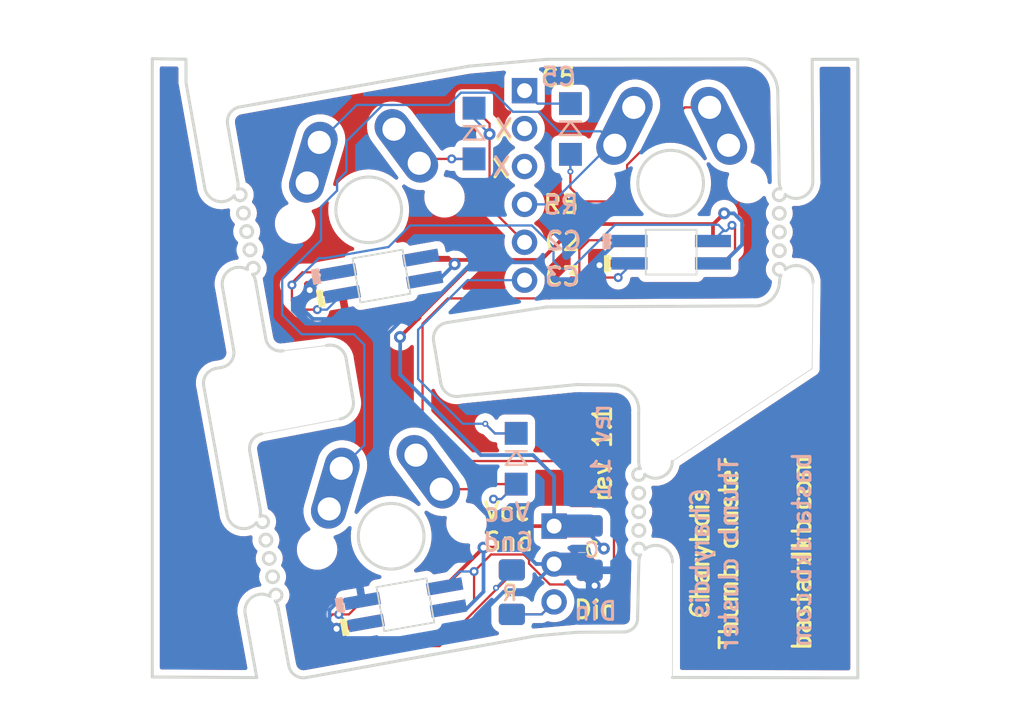
<source format=kicad_pcb>
(kicad_pcb (version 20210228) (generator pcbnew)
  (layers (0 "F.Cu" power) (31 "B.Cu" signal) (34 "B.Paste" user) (35 "F.Paste" user) (36 "B.SilkS" user "B.Silkscreen") (37 "F.SilkS" user "F.Silkscreen") (38 "B.Mask" user) (39 "F.Mask" user) (44 "Edge.Cuts" user))
  (net 0 "")
  (net 2 "col6")
  (net 3 "Net-(D5-Pad2)")
  (net 4 "col2")
  (net 5 "Net-(D9-Pad2)")
  (net 6 "col3")
  (net 8 "col4")
  (net 9 "Net-(D19-Pad2)")
  (net 10 "col5")
  (net 11 "row1")
  (net 12 "Vcc")
  (net 13 "Din")
  (net 14 "Gnd")
  (net 15 "Net-(D2-Pad1)")
  (net 16 "Net-(D10-Pad1)")
  (net 17 "Net-(D2-Pad3)")
  (footprint "Connector_PinHeader_2.54mm:PinHeader_1x03_P2.54mm_Vertical" (layer "F.Cu") (at 86.41 97.56)
    (fp_text reference "J2" hide)
    (fp_text value "Conn_01x03_Female")
    (pad "1" thru_hole rect (at 0 0) (size 1.7 1.7) (drill 1) (layers *.Cu *.Mask) (net 12 "Vcc"))
    (pad "2" thru_hole oval (at 0 2.54) (size 1.7 1.7) (drill 1) (layers *.Cu *.Mask) (net 14 "Gnd"))
    (pad "3" thru_hole oval (at 0 5.08) (size 1.7 1.7) (drill 1) (layers *.Cu *.Mask) (net 13 "Din"))
  )
  (footprint "Resistor_SMD:R_1206_3216Metric_Pad1.42x1.75mm_HandSolder" (layer "F.Cu") (at 83.58 101.985 -90)
    (fp_text reference "R2" hide)
    (fp_text value "R")
    (pad "1" smd roundrect (at -1.4875 0 270) (size 1.425 1.75) (layers "F.Cu" "F.Paste" "F.Mask") (roundrect_rratio 0.175439298245614) (net 17 "Net-(D2-Pad3)"))
    (pad "2" smd roundrect (at 1.4875 0 270) (size 1.425 1.75) (layers "F.Cu" "F.Paste" "F.Mask") (roundrect_rratio 0.175439298245614) (net 13 "Din"))
  )
  (footprint "libs2:YS-SK6812MINI-E_REVERSE" (layer "F.Cu") (at 94.25 79.2)
    (fp_text reference "D10" hide)
    (fp_text value "SK6812MINI")
    (fp_poly (pts (xy -4.1 1.3) (xy -4.45 1.3) (xy -4.45 0.25) (xy -4.1 0.25)) (layer "F.SilkS") (width 0.1) (fill solid))
    (fp_line (start -1.7 1.5) (end 1.7 1.5) (layer "Edge.Cuts") (width 0.12))
    (fp_line (start 1.7 -1.5) (end -1.7 -1.5) (layer "Edge.Cuts") (width 0.12))
    (fp_line (start 1.7 1.5) (end 1.7 -1.5) (layer "Edge.Cuts") (width 0.12))
    (fp_line (start -1.7 -1.5) (end -1.7 1.5) (layer "Edge.Cuts") (width 0.12))
    (pad "1" smd rect (at 2.8 0.75) (size 2.4 0.82) (layers "F.Cu" "F.Paste" "F.Mask") (net 16 "Net-(D10-Pad1)"))
    (pad "2" smd rect (at -2.8 0.75) (size 2.4 0.82) (layers "F.Cu" "F.Paste" "F.Mask") (net 14 "Gnd"))
    (pad "3" smd rect (at -2.8 -0.75) (size 2.4 0.82) (layers "F.Cu" "F.Paste" "F.Mask") (net 15 "Net-(D2-Pad1)"))
    (pad "4" smd rect (at 2.8 -0.75) (size 2.4 0.82) (layers "F.Cu" "F.Paste" "F.Mask") (net 12 "Vcc"))
  )
  (footprint "custom:Diode_TH_SOD123" (layer "F.Cu") (at 83.872275 88.045142 -90)
    (fp_text reference "D9" hide)
    (fp_text value "D")
    (fp_line (start 4.5 -0.7) (end 4.5 0.7) (layer "B.SilkS") (width 0.15))
    (fp_line (start 5.4 0.7) (end 4.5 0) (layer "B.SilkS") (width 0.15))
    (fp_line (start 5.4 -0.7) (end 5.4 0.7) (layer "B.SilkS") (width 0.15))
    (fp_line (start 4.5 0) (end 5.4 -0.7) (layer "B.SilkS") (width 0.15))
    (fp_line (start 4.5 -0.7) (end 4.5 0.7) (layer "F.SilkS") (width 0.15))
    (fp_line (start 5.4 -0.7) (end 5.4 0.7) (layer "F.SilkS") (width 0.15))
    (fp_line (start 5.4 0.7) (end 4.5 0) (layer "F.SilkS") (width 0.15))
    (fp_line (start 4.5 0) (end 5.4 -0.7) (layer "F.SilkS") (width 0.15))
    (pad "1" smd rect (at 3.3 0 270) (size 1.524 1.524) (layers "F.Cu" "F.Paste" "F.Mask") (net 6 "col3"))
    (pad "1" smd rect (at 3.3 0 270) (size 1.524 1.524) (layers "B.Cu" "B.Paste" "B.Mask") (net 6 "col3"))
    (pad "2" smd rect (at 6.7 0 270) (size 1.524 1.524) (layers "B.Cu" "B.Paste" "B.Mask") (net 5 "Net-(D9-Pad2)"))
    (pad "2" smd rect (at 6.7 0 270) (size 1.524 1.524) (layers "F.Cu" "F.Paste" "F.Mask") (net 5 "Net-(D9-Pad2)"))
  )
  (footprint "custom:SW_MX_reversible" (layer "F.Cu") (at 75.5396 98.2472 10)
    (fp_text reference "SW9" hide)
    (fp_text value "SW_Push")
    (pad "" np_thru_hole circle (at 5.08 0 10) (size 1.7018 1.7018) (drill 1.7018) (layers *.Cu *.Mask))
    (pad "" np_thru_hole circle (at -5.08 0 10) (size 1.7018 1.7018) (drill 1.7018) (layers *.Cu *.Mask))
    (pad "1" thru_hole circle (at -2.54 -5.08 10) (size 2.35 2.35) (drill 1.55) (layers *.Cu *.Mask) (net 11 "row1"))
    (pad "1" thru_hole oval (at -3.81 -2.54 343.5) (size 2.35 5.55) (drill 1.55 (offset 0 -1.45)) (layers *.Cu *.Mask) (net 11 "row1"))
    (pad "2" thru_hole circle (at 2.54 -5.08 10) (size 2.35 2.35) (drill 1.55) (layers *.Cu *.Mask) (net 5 "Net-(D9-Pad2)"))
    (pad "2" thru_hole oval (at 3.81 -2.54 36.5) (size 2.35 5.55) (drill 1.55 (offset 0 -1.45)) (layers *.Cu *.Mask) (net 5 "Net-(D9-Pad2)"))
  )
  (footprint "LED_SMD:LED_1206_3216Metric_Pad1.42x1.75mm_HandSolder" (layer "F.Cu") (at 88.79 99.03 -90)
    (fp_text reference "C1" hide)
    (fp_text value "C")
    (pad "1" smd roundrect (at -1.4875 0 270) (size 1.425 1.75) (layers "F.Cu" "F.Paste" "F.Mask") (roundrect_rratio 0.175439298245614) (net 12 "Vcc"))
    (pad "2" smd roundrect (at 1.4875 0 270) (size 1.425 1.75) (layers "F.Cu" "F.Paste" "F.Mask") (roundrect_rratio 0.175439298245614) (net 14 "Gnd"))
  )
  (footprint "custom:Diode_TH_SOD123" (layer "F.Cu") (at 81.05 66.25 -90)
    (fp_text reference "D5" hide)
    (fp_text value "D")
    (fp_line (start 5.4 -0.7) (end 5.4 0.7) (layer "B.SilkS") (width 0.15))
    (fp_line (start 5.4 0.7) (end 4.5 0) (layer "B.SilkS") (width 0.15))
    (fp_line (start 4.5 0) (end 5.4 -0.7) (layer "B.SilkS") (width 0.15))
    (fp_line (start 4.5 -0.7) (end 4.5 0.7) (layer "B.SilkS") (width 0.15))
    (fp_line (start 4.5 -0.7) (end 4.5 0.7) (layer "F.SilkS") (width 0.15))
    (fp_line (start 5.4 -0.7) (end 5.4 0.7) (layer "F.SilkS") (width 0.15))
    (fp_line (start 5.4 0.7) (end 4.5 0) (layer "F.SilkS") (width 0.15))
    (fp_line (start 4.5 0) (end 5.4 -0.7) (layer "F.SilkS") (width 0.15))
    (pad "1" smd rect (at 3.3 0 270) (size 1.524 1.524) (layers "B.Cu" "B.Paste" "B.Mask") (net 4 "col2"))
    (pad "1" smd rect (at 3.3 0 270) (size 1.524 1.524) (layers "F.Cu" "F.Paste" "F.Mask") (net 4 "col2"))
    (pad "2" smd rect (at 6.7 0 270) (size 1.524 1.524) (layers "F.Cu" "F.Paste" "F.Mask") (net 3 "Net-(D5-Pad2)"))
    (pad "2" smd rect (at 6.7 0 270) (size 1.524 1.524) (layers "B.Cu" "B.Paste" "B.Mask") (net 3 "Net-(D5-Pad2)"))
  )
  (footprint "custom:SW_MX_reversible" (layer "F.Cu") (at 94.2848 74.5744)
    (fp_text reference "SW19" hide)
    (fp_text value "SW_Push")
    (pad "" np_thru_hole circle (at -5.08 0) (size 1.7018 1.7018) (drill 1.7018) (layers *.Cu *.Mask))
    (pad "" np_thru_hole circle (at 5.08 0) (size 1.7018 1.7018) (drill 1.7018) (layers *.Cu *.Mask))
    (pad "1" thru_hole circle (at -2.54 -5.08) (size 2.35 2.35) (drill 1.55) (layers *.Cu *.Mask) (net 11 "row1"))
    (pad "1" thru_hole oval (at -3.81 -2.54 333.5) (size 2.35 5.55) (drill 1.55 (offset 0 -1.45)) (layers *.Cu *.Mask) (net 11 "row1"))
    (pad "2" thru_hole circle (at 2.54 -5.08) (size 2.35 2.35) (drill 1.55) (layers *.Cu *.Mask) (net 9 "Net-(D19-Pad2)"))
    (pad "2" thru_hole oval (at 3.81 -2.54 26.5) (size 2.35 5.55) (drill 1.55 (offset 0 -1.45)) (layers *.Cu *.Mask) (net 9 "Net-(D19-Pad2)"))
  )
  (footprint "libs2:YS-SK6812MINI-E_REVERSE" (layer "F.Cu") (at 74.85 80.8 10)
    (fp_text reference "D12" hide)
    (fp_text value "SK6812MINI")
    (fp_poly (pts (xy -4.1 1.3) (xy -4.45 1.3) (xy -4.45 0.25) (xy -4.1 0.25)) (layer "F.SilkS") (width 0.1) (fill solid))
    (fp_line (start 1.7 -1.5) (end -1.7 -1.5) (layer "Edge.Cuts") (width 0.12))
    (fp_line (start -1.7 -1.5) (end -1.7 1.5) (layer "Edge.Cuts") (width 0.12))
    (fp_line (start -1.7 1.5) (end 1.7 1.5) (layer "Edge.Cuts") (width 0.12))
    (fp_line (start 1.7 1.5) (end 1.7 -1.5) (layer "Edge.Cuts") (width 0.12))
    (pad "1" smd rect (at 2.8 0.75 10) (size 2.4 0.82) (layers "F.Cu" "F.Paste" "F.Mask"))
    (pad "2" smd rect (at -2.8 0.75 10) (size 2.4 0.82) (layers "F.Cu" "F.Paste" "F.Mask") (net 14 "Gnd"))
    (pad "3" smd rect (at -2.8 -0.75 10) (size 2.4 0.82) (layers "F.Cu" "F.Paste" "F.Mask") (net 16 "Net-(D10-Pad1)"))
    (pad "4" smd rect (at 2.8 -0.75 10) (size 2.4 0.82) (layers "F.Cu" "F.Paste" "F.Mask") (net 12 "Vcc"))
  )
  (footprint "libs2:YS-SK6812MINI-E_REVERSE" (layer "F.Cu") (at 76.45 102.83 10)
    (fp_text reference "D2" hide)
    (fp_text value "SK6812MINI")
    (fp_poly (pts (xy -4.1 1.3) (xy -4.45 1.3) (xy -4.45 0.25) (xy -4.1 0.25)) (layer "F.SilkS") (width 0.1) (fill solid))
    (fp_line (start -1.7 1.5) (end 1.7 1.5) (layer "Edge.Cuts") (width 0.12))
    (fp_line (start -1.7 -1.5) (end -1.7 1.5) (layer "Edge.Cuts") (width 0.12))
    (fp_line (start 1.7 -1.5) (end -1.7 -1.5) (layer "Edge.Cuts") (width 0.12))
    (fp_line (start 1.7 1.5) (end 1.7 -1.5) (layer "Edge.Cuts") (width 0.12))
    (pad "1" smd rect (at 2.8 0.75 10) (size 2.4 0.82) (layers "F.Cu" "F.Paste" "F.Mask") (net 15 "Net-(D2-Pad1)"))
    (pad "2" smd rect (at -2.8 0.75 10) (size 2.4 0.82) (layers "F.Cu" "F.Paste" "F.Mask") (net 14 "Gnd"))
    (pad "3" smd rect (at -2.8 -0.75 10) (size 2.4 0.82) (layers "F.Cu" "F.Paste" "F.Mask") (net 17 "Net-(D2-Pad3)"))
    (pad "4" smd rect (at 2.8 -0.75 10) (size 2.4 0.82) (layers "F.Cu" "F.Paste" "F.Mask") (net 12 "Vcc"))
  )
  (footprint "Connector_PinHeader_2.54mm:PinHeader_1x06_P2.54mm_Vertical" (layer "F.Cu") (at 84.4296 68.3768)
    (fp_text reference "J1" hide)
    (fp_text value "Conn_01x06_Female")
    (pad "1" thru_hole rect (at 0 0) (size 1.7 1.7) (drill 1) (layers *.Cu *.Mask) (net 10 "col5"))
    (pad "2" thru_hole oval (at 0 2.54) (size 1.7 1.7) (drill 1) (layers *.Cu *.Mask) (net 2 "col6"))
    (pad "3" thru_hole oval (at 0 5.08) (size 1.7 1.7) (drill 1) (layers *.Cu *.Mask) (net 8 "col4"))
    (pad "4" thru_hole oval (at 0 7.62) (size 1.7 1.7) (drill 1) (layers *.Cu *.Mask) (net 11 "row1"))
    (pad "5" thru_hole oval (at 0 10.16) (size 1.7 1.7) (drill 1) (layers *.Cu *.Mask) (net 4 "col2"))
    (pad "6" thru_hole oval (at 0 12.7) (size 1.7 1.7) (drill 1) (layers *.Cu *.Mask) (net 6 "col3"))
  )
  (footprint "custom:Diode_TH_SOD123" (layer "F.Cu") (at 87.5 65.944 -90)
    (fp_text reference "D19" hide)
    (fp_text value "D")
    (fp_line (start 5.4 -0.7) (end 5.4 0.7) (layer "B.SilkS") (width 0.15))
    (fp_line (start 4.5 0) (end 5.4 -0.7) (layer "B.SilkS") (width 0.15))
    (fp_line (start 4.5 -0.7) (end 4.5 0.7) (layer "B.SilkS") (width 0.15))
    (fp_line (start 5.4 0.7) (end 4.5 0) (layer "B.SilkS") (width 0.15))
    (fp_line (start 5.4 0.7) (end 4.5 0) (layer "F.SilkS") (width 0.15))
    (fp_line (start 4.5 0) (end 5.4 -0.7) (layer "F.SilkS") (width 0.15))
    (fp_line (start 5.4 -0.7) (end 5.4 0.7) (layer "F.SilkS") (width 0.15))
    (fp_line (start 4.5 -0.7) (end 4.5 0.7) (layer "F.SilkS") (width 0.15))
    (pad "1" smd rect (at 3.3 0 270) (size 1.524 1.524) (layers "F.Cu" "F.Paste" "F.Mask") (net 10 "col5"))
    (pad "1" smd rect (at 3.3 0 270) (size 1.524 1.524) (layers "B.Cu" "B.Paste" "B.Mask") (net 10 "col5"))
    (pad "2" smd rect (at 6.7 0 270) (size 1.524 1.524) (layers "F.Cu" "F.Paste" "F.Mask") (net 9 "Net-(D19-Pad2)"))
    (pad "2" smd rect (at 6.7 0 270) (size 1.524 1.524) (layers "B.Cu" "B.Paste" "B.Mask") (net 9 "Net-(D19-Pad2)"))
  )
  (footprint "custom:SW_MX_reversible" (layer "F.Cu") (at 74.0664 76.4032 10)
    (fp_text reference "SW5" hide)
    (fp_text value "SW_Push")
    (pad "" np_thru_hole circle (at 5.08 0 10) (size 1.7018 1.7018) (drill 1.7018) (layers *.Cu *.Mask))
    (pad "" np_thru_hole circle (at -5.08 0 10) (size 1.7018 1.7018) (drill 1.7018) (layers *.Cu *.Mask))
    (pad "1" thru_hole oval (at -3.81 -2.54 343.5) (size 2.35 5.55) (drill 1.55 (offset 0 -1.45)) (layers *.Cu *.Mask) (net 11 "row1"))
    (pad "1" thru_hole circle (at -2.54 -5.08 10) (size 2.35 2.35) (drill 1.55) (layers *.Cu *.Mask) (net 11 "row1"))
    (pad "2" thru_hole oval (at 3.81 -2.54 36.5) (size 2.35 5.55) (drill 1.55 (offset 0 -1.45)) (layers *.Cu *.Mask) (net 3 "Net-(D5-Pad2)"))
    (pad "2" thru_hole circle (at 2.54 -5.08 10) (size 2.35 2.35) (drill 1.55) (layers *.Cu *.Mask) (net 3 "Net-(D5-Pad2)"))
  )
  (footprint "libs2:YS-SK6812MINI-E_REVERSE_NO_EDGECUT" (layer "B.Cu") (at 94.25 79.2)
    (fp_text reference "D11" hide)
    (fp_text value "SK6812MINI")
    (fp_poly (pts (xy -4.1 -1.2) (xy -4.55 -1.2) (xy -4.55 -0.25) (xy -4.1 -0.25)) (layer "B.SilkS") (width 0.1) (fill solid))
    (pad "1" smd rect (at 2.8 -0.75) (size 2.4 0.82) (layers "B.Cu" "B.Paste" "B.Mask") (net 16 "Net-(D10-Pad1)"))
    (pad "2" smd rect (at -2.8 -0.75) (size 2.4 0.82) (layers "B.Cu" "B.Paste" "B.Mask") (net 14 "Gnd"))
    (pad "3" smd rect (at -2.8 0.75) (size 2.4 0.82) (layers "B.Cu" "B.Paste" "B.Mask") (net 15 "Net-(D2-Pad1)"))
    (pad "4" smd rect (at 2.8 0.75) (size 2.4 0.82) (layers "B.Cu" "B.Paste" "B.Mask") (net 12 "Vcc"))
  )
  (footprint "libs2:YS-SK6812MINI-E_REVERSE_NO_EDGECUT" (layer "B.Cu") (at 74.85 80.8 10)
    (fp_text reference "D13" hide)
    (fp_text value "SK6812MINI")
    (fp_poly (pts (xy -4.1 -1.2) (xy -4.55 -1.2) (xy -4.55 -0.25) (xy -4.1 -0.25)) (layer "B.SilkS") (width 0.1) (fill solid))
    (pad "1" smd rect (at 2.8 -0.75 10) (size 2.4 0.82) (layers "B.Cu" "B.Paste" "B.Mask"))
    (pad "2" smd rect (at -2.8 -0.75 10) (size 2.4 0.82) (layers "B.Cu" "B.Paste" "B.Mask") (net 14 "Gnd"))
    (pad "3" smd rect (at -2.8 0.75 10) (size 2.4 0.82) (layers "B.Cu" "B.Paste" "B.Mask") (net 16 "Net-(D10-Pad1)"))
    (pad "4" smd rect (at 2.8 0.75 10) (size 2.4 0.82) (layers "B.Cu" "B.Paste" "B.Mask") (net 12 "Vcc"))
  )
  (footprint "libs2:YS-SK6812MINI-E_REVERSE_NO_EDGECUT" (layer "B.Cu") (at 76.45 102.83 10)
    (fp_text reference "D3" hide)
    (fp_text value "SK6812MINI")
    (fp_poly (pts (xy -4.1 -1.2) (xy -4.55 -1.2) (xy -4.55 -0.25) (xy -4.1 -0.25)) (layer "B.SilkS") (width 0.1) (fill solid))
    (pad "1" smd rect (at 2.8 -0.75 10) (size 2.4 0.82) (layers "B.Cu" "B.Paste" "B.Mask") (net 15 "Net-(D2-Pad1)"))
    (pad "2" smd rect (at -2.8 -0.75 10) (size 2.4 0.82) (layers "B.Cu" "B.Paste" "B.Mask") (net 14 "Gnd"))
    (pad "3" smd rect (at -2.8 0.75 10) (size 2.4 0.82) (layers "B.Cu" "B.Paste" "B.Mask") (net 17 "Net-(D2-Pad3)"))
    (pad "4" smd rect (at 2.8 0.75 10) (size 2.4 0.82) (layers "B.Cu" "B.Paste" "B.Mask") (net 12 "Vcc"))
  )
  (footprint "LED_SMD:LED_1206_3216Metric_Pad1.42x1.75mm_HandSolder" (layer "B.Cu") (at 88.79 99.03 -90)
    (fp_text reference "C2" hide)
    (fp_text value "C")
    (pad "1" smd roundrect (at -1.4875 0 270) (size 1.425 1.75) (layers "B.Cu" "B.Paste" "B.Mask") (roundrect_rratio 0.175439298245614) (net 12 "Vcc"))
    (pad "2" smd roundrect (at 1.4875 0 270) (size 1.425 1.75) (layers "B.Cu" "B.Paste" "B.Mask") (roundrect_rratio 0.175439298245614) (net 14 "Gnd"))
  )
  (footprint "Resistor_SMD:R_1206_3216Metric_Pad1.42x1.75mm_HandSolder" (layer "B.Cu") (at 83.58 101.99 -90)
    (fp_text reference "R1" hide)
    (fp_text value "R")
    (pad "1" smd roundrect (at -1.4875 0 270) (size 1.425 1.75) (layers "B.Cu" "B.Paste" "B.Mask") (roundrect_rratio 0.175439298245614) (net 17 "Net-(D2-Pad3)"))
    (pad "2" smd roundrect (at 1.4875 0 270) (size 1.425 1.75) (layers "B.Cu" "B.Paste" "B.Mask") (roundrect_rratio 0.175439298245614) (net 13 "Din"))
  )
  (gr_arc (start 102.625001 81.223028) (end 101.612082 80.733521) (angle -25.89275579) (layer "Edge.Cuts") (width 0.2))
  (gr_arc (start 102.61322 74.473039) (end 101.889442 75.334299) (angle -130.1427885) (layer "Edge.Cuts") (width 0.2))
  (gr_line (start 85.870044 82.877356) (end 79.218433 83.92102) (layer "Edge.Cuts") (width 0.2))
  (gr_arc (start 93.211781 99.97303) (end 94.33678 99.971067) (angle -130.1427885) (layer "Edge.Cuts") (width 0.2))
  (gr_arc (start 102.61322 74.473039) (end 101.488223 74.475003) (angle -25.89275579) (layer "Edge.Cuts") (width 0.2))
  (gr_arc (start 66.828279 103.246378) (end 67.935149 103.045225) (angle -25.89275579) (layer "Edge.Cuts") (width 0.2))
  (gr_circle (center 67.108189 98.494757) (end 67.508189 98.494757) (layer "Edge.Cuts") (width 0.2) (fill none))
  (gr_arc (start 93.2 93.223041) (end 92.075003 93.225005) (angle -25.89275579) (layer "Edge.Cuts") (width 0.2))
  (gr_line (start 71.148544 85.456509) (end 68.261441 85.811936) (layer "Edge.Cuts") (width 0.05))
  (gr_line (start 87.958943 88.073474) (end 90.392893 88.107107) (layer "Edge.Cuts") (width 0.2))
  (gr_circle (center 94.21397 74.573475) (end 96.41397 74.573475) (layer "Edge.Cuts") (width 0.2) (fill none))
  (gr_circle (center 65.602185 76.585298) (end 66.002185 76.585298) (layer "Edge.Cuts") (width 0.2) (fill none))
  (gr_line (start 103.691932 66.273475) (end 106.75 66.273475) (layer "Edge.Cuts") (width 0.2))
  (gr_circle (center 65.821393 77.815927) (end 66.221393 77.815927) (layer "Edge.Cuts") (width 0.2) (fill none))
  (gr_circle (center 101.494113 77.849998) (end 101.494113 78.249998) (layer "Edge.Cuts") (width 0.2) (fill none))
  (gr_arc (start 67.010321 92.36345) (end 66.831519 91.379565) (angle -90) (layer "Edge.Cuts") (width 0.2))
  (gr_circle (center 92.083075 97.849997) (end 92.083075 98.249997) (layer "Edge.Cuts") (width 0.2) (fill none))
  (gr_line (start 87.86918 104.677511) (end 85.193033 104.918705) (layer "Edge.Cuts") (width 0.2))
  (gr_line (start 80.752529 66.729582) (end 85.870044 66.277357) (layer "Edge.Cuts") (width 0.2))
  (gr_line (start 72.943491 89.048544) (end 72.47898 86.318433) (layer "Edge.Cuts") (width 0.2))
  (gr_arc (start 93.211781 99.97303) (end 92.198862 99.483523) (angle -25.89275579) (layer "Edge.Cuts") (width 0.2))
  (gr_arc (start 66.884686 97.264901) (end 66.488727 97.321608) (angle -288.549607) (layer "Edge.Cuts") (width 0.2))
  (gr_line (start 80.151456 88.843491) (end 87.86918 88.077511) (layer "Edge.Cuts") (width 0.2))
  (gr_line (start 85.103994 104.930783) (end 69.799635 107.712057) (layer "Edge.Cuts") (width 0.2))
  (gr_arc (start 92.085257 99.099995) (end 92.485001 99.114302) (angle -288.549607) (layer "Edge.Cuts") (width 0.2))
  (gr_line (start 101.391932 68.5) (end 101.488223 74.475003) (layer "Edge.Cuts") (width 0.2))
  (gr_arc (start 99.140517 68.5) (end 101.391932 68.5) (angle -93.78408468) (layer "Edge.Cuts") (width 0.2))
  (gr_arc (start 66.25981 80.277185) (end 66.215918 80.674769) (angle -288.549607) (layer "Edge.Cuts") (width 0.2))
  (gr_line (start 106.75 66.273475) (end 106.75 107.728172) (layer "Edge.Cuts") (width 0.2))
  (gr_line (start 92.086784 99.974993) (end 92 103.650776) (layer "Edge.Cuts") (width 0.2))
  (gr_line (start 78.356509 85.251456) (end 78.82102 87.981567) (layer "Edge.Cuts") (width 0.2))
  (gr_arc (start 101.48975 75.350001) (end 101.602016 74.966079) (angle -288.549607) (layer "Edge.Cuts") (width 0.2))
  (gr_arc (start 65.382977 75.354669) (end 64.986821 75.409994) (angle -288.549607) (layer "Edge.Cuts") (width 0.2))
  (gr_line (start 65.350353 69.469185) (end 80.665188 66.741197) (layer "Edge.Cuts") (width 0.2))
  (gr_line (start 59.5 66.230709) (end 61.756142 66.273475) (layer "Edge.Cuts") (width 0.2))
  (gr_line (start 65.229531 74.49323) (end 64.541216 70.629055) (layer "Edge.Cuts") (width 0.2))
  (gr_line (start 94.33678 99.971067) (end 94.33678 107.7) (layer "Edge.Cuts") (width 0.05))
  (gr_arc (start 80.840554 67.7257) (end 80.752529 66.729582) (angle -5.05) (layer "Edge.Cuts") (width 0.2))
  (gr_line (start 61.756142 66.273475) (end 61.756142 67.823994) (layer "Edge.Cuts") (width 0.2))
  (gr_arc (start 71.40825 86.513405) (end 72.47898 86.318433) (angle -93.48542802) (layer "Edge.Cuts") (width 0.2))
  (gr_line (start 66.496404 107.712057) (end 59.5 107.669291) (layer "Edge.Cuts") (width 0.2))
  (gr_arc (start 79.413405 84.99175) (end 79.218433 83.92102) (angle -93.48542802) (layer "Edge.Cuts") (width 0.2))
  (gr_line (start 59.5 107.669291) (end 59.5 66.230709) (layer "Edge.Cuts") (width 0.2))
  (gr_line (start 65.721408 103.44753) (end 66.496404 107.712057) (layer "Edge.Cuts") (width 0.2))
  (gr_line (start 85.958069 66.273475) (end 98.991931 66.253493) (layer "Edge.Cuts") (width 0.2))
  (gr_arc (start 65.30569 81.335913) (end 66.413256 81.138625) (angle -25.89275579) (layer "Edge.Cuts") (width 0.2))
  (gr_line (start 67.101571 85.0028) (end 66.413256 81.138625) (layer "Edge.Cuts") (width 0.2))
  (gr_circle (center 66.040602 79.046556) (end 66.440602 79.046556) (layer "Edge.Cuts") (width 0.2) (fill none))
  (gr_line (start 68.636948 106.906974) (end 67.935149 103.045225) (layer "Edge.Cuts") (width 0.2))
  (gr_line (start 61.756142 67.823994) (end 63.014399 74.887804) (layer "Edge.Cuts") (width 0.2))
  (gr_arc (start 90.392893 89.796104) (end 92.075004 89.94847) (angle -95.17574041) (layer "Edge.Cuts") (width 0.2))
  (gr_line (start 64.142508 86.92331) (end 63.751047 86.99304) (layer "Edge.Cuts") (width 0.2))
  (gr_arc (start 99.841006 81.145818) (end 99.691932 82.8) (angle -92.41727891) (layer "Edge.Cuts") (width 0.2))
  (gr_arc (start 87.958943 89.073474) (end 87.958943 88.073474) (angle -5.15) (layer "Edge.Cuts") (width 0.2))
  (gr_arc (start 65.30569 81.335913) (end 65.868917 80.362054) (angle -130.1427885) (layer "Edge.Cuts") (width 0.2))
  (gr_arc (start 64.121965 74.690516) (end 65.204499 74.996695) (angle -25.89275579) (layer "Edge.Cuts") (width 0.2))
  (gr_arc (start 65.525719 70.453688) (end 65.350353 69.469185) (angle -90) (layer "Edge.Cuts") (width 0.2))
  (gr_arc (start 67.778698 102.184326) (end 67.736193 102.582061) (angle -288.549607) (layer "Edge.Cuts") (width 0.2))
  (gr_arc (start 87.958943 105.673474) (end 87.958943 104.673475) (angle -5.15) (layer "Edge.Cuts") (width 0.2))
  (gr_arc (start 69.620833 106.728172) (end 68.636948 106.906974) (angle -90) (layer "Edge.Cuts") (width 0.2))
  (gr_line (start 99.691932 82.8) (end 85.958069 82.873475) (layer "Edge.Cuts") (width 0.2))
  (gr_arc (start 102.625001 81.223028) (end 103.75 81.221065) (angle -130.1427885) (layer "Edge.Cuts") (width 0.2))
  (gr_circle (center 67.555195 100.954469) (end 67.955195 100.954469) (layer "Edge.Cuts") (width 0.2) (fill none))
  (gr_arc (start 66.828279 103.246378) (end 67.388103 102.270559) (angle -130.1427885) (layer "Edge.Cuts") (width 0.2))
  (gr_line (start 91.1 104.650776) (end 87.958943 104.673475) (layer "Edge.Cuts") (width 0.2))
  (gr_arc (start 85.958069 83.873475) (end 85.958069 82.873475) (angle -5.05) (layer "Edge.Cuts") (width 0.2))
  (gr_arc (start 63.926414 87.977543) (end 63.751047 86.99304) (angle -90.2) (layer "Edge.Cuts") (width 0.2))
  (gr_line (start 103.738218 74.471074) (end 103.691932 66.273475) (layer "Edge.Cuts") (width 0.2))
  (gr_arc (start 65.621364 96.605154) (end 66.70496 96.907551) (angle -25.89275579) (layer "Edge.Cuts") (width 0.2))
  (gr_circle (center 92.080893 96.6) (end 92.080893 97) (layer "Edge.Cuts") (width 0.2) (fill none))
  (gr_line (start 92.075004 89.94847) (end 92.075003 93.225005) (layer "Edge.Cuts") (width 0.2))
  (gr_circle (center 73.99277 76.360383) (end 76.19277 76.360383) (layer "Edge.Cuts") (width 0.2) (fill none))
  (gr_line (start 62.942529 88.156345) (end 64.514493 96.806306) (layer "Edge.Cuts") (width 0.2))
  (gr_arc (start 85.282796 105.914668) (end 85.193033 104.918705) (angle -5.15) (layer "Edge.Cuts") (width 0.2))
  (gr_arc (start 93.2 93.223041) (end 92.476222 94.084301) (angle -130.1427885) (layer "Edge.Cuts") (width 0.2))
  (gr_line (start 106.75 107.728172) (end 94.33678 107.7) (layer "Edge.Cuts") (width 0.2))
  (gr_line (start 103.75 81.221065) (end 103.691932 87) (layer "Edge.Cuts") (width 0.05))
  (gr_arc (start 92.07653 94.100003) (end 92.188796 93.716081) (angle -288.549607) (layer "Edge.Cuts") (width 0.2))
  (gr_circle (center 67.331692 99.724613) (end 67.731692 99.724613) (layer "Edge.Cuts") (width 0.2) (fill none))
  (gr_circle (center 101.491932 76.6) (end 101.491932 77) (layer "Edge.Cuts") (width 0.2) (fill none))
  (gr_arc (start 79.89175 87.786595) (end 78.82102 87.981567) (angle -93.48542802) (layer "Edge.Cuts") (width 0.2))
  (gr_line (start 66.728234 96.404001) (end 66.026436 92.542252) (layer "Edge.Cuts") (width 0.2))
  (gr_circle (center 92.078712 95.350002) (end 92.078712 95.750002) (layer "Edge.Cuts") (width 0.2) (fill none))
  (gr_arc (start 71.886595 89.30825) (end 72.081567 90.37898) (angle -93.48542802) (layer "Edge.Cuts") (width 0.2))
  (gr_line (start 64.198124 81.5332) (end 64.951644 85.76344) (layer "Edge.Cuts") (width 0.2))
  (gr_arc (start 85.958069 67.273475) (end 85.958069 66.273475) (angle -5.05) (layer "Edge.Cuts") (width 0.2))
  (gr_line (start 103.691932 87) (end 94.324998 93.221076) (layer "Edge.Cuts") (width 0.05))
  (gr_arc (start 68.086074 84.827433) (end 67.101571 85.0028) (angle -90) (layer "Edge.Cuts") (width 0.2))
  (gr_line (start 66.831519 91.379565) (end 72.081567 90.37898) (layer "Edge.Cuts") (width 0.05))
  (gr_arc (start 101.498477 80.349993) (end 101.898221 80.3643) (angle -288.549607) (layer "Edge.Cuts") (width 0.2))
  (gr_arc (start 91.083617 103.731031) (end 91.1 104.650776) (angle -93.9846045) (layer "Edge.Cuts") (width 0.2))
  (gr_arc (start 63.967141 85.938807) (end 64.142508 86.92331) (angle -90) (layer "Edge.Cuts") (width 0.2))
  (gr_circle (center 101.496295 79.099995) (end 101.496295 79.499995) (layer "Edge.Cuts") (width 0.2) (fill none))
  (gr_circle (center 75.497938 98.240555) (end 77.697938 98.240555) (layer "Edge.Cuts") (width 0.2) (fill none))
  (gr_arc (start 64.121965 74.690516) (end 63.014399 74.887804) (angle -130.1427885) (layer "Edge.Cuts") (width 0.2))
  (gr_arc (start 65.621364 96.605154) (end 64.514493 96.806306) (angle -130.1427885) (layer "Edge.Cuts") (width 0.2))
  (gr_text "C" (at 88.94 99.1775) (layer "B.SilkS") (effects (font (size 1 1)) (justify mirror)))
  (gr_text "R" (at 83.44 102.0675) (layer "B.SilkS") (effects (font (size 1 1)) (justify mirror)))
  (gr_text "C2" (at 87.0712 78.4352) (layer "B.SilkS") (effects (font (size 1.2 1.2) (thickness 0.2)) (justify mirror)))
  (gr_text "Din" (at 89.18 103.26) (layer "B.SilkS") (effects (font (size 1.2 1.2) (thickness 0.2)) (justify mirror)))
  (gr_text "Charybdis\nThumb cluster" (at 97.15 99.400001 90) (layer "B.SilkS") (effects (font (size 1.2 1.2) (thickness 0.2)) (justify mirror)))
  (gr_text "C5" (at 86.7 67.45) (layer "B.SilkS") (effects (font (size 1.2 1.2) (thickness 0.2)) (justify mirror)))
  (gr_text "bastardkb.com" (at 103 99.15 90) (layer "B.SilkS") (effects (font (size 1.2 1.2) (thickness 0.2)) (justify mirror)))
  (gr_text "Vcc" (at 83.26 96.6425) (layer "B.SilkS") (effects (font (size 1.2 1.2) (thickness 0.2)) (justify mirror)))
  (gr_text "R5" (at 86.868 76.0493) (layer "B.SilkS") (effects (font (size 1.2 1.2) (thickness 0.2)) (justify mirror)))
  (gr_text "rev 1.1" (at 89.55 92.6 90) (layer "B.SilkS") (effects (font (size 1.2 1.2) (thickness 0.2)) (justify mirror)))
  (gr_text "C3" (at 86.969599 80.8753) (layer "B.SilkS") (effects (font (size 1.2 1.2) (thickness 0.2)) (justify mirror)))
  (gr_text "X" (at 83.05 70.9) (layer "B.SilkS") (effects (font (size 1.2 1.2) (thickness 0.2)) (justify mirror)))
  (gr_text "X" (at 82.9 73.4585) (layer "B.SilkS") (effects (font (size 1.2 1.2) (thickness 0.2)) (justify mirror)))
  (gr_text "Gnd" (at 83.34 98.6425) (layer "B.SilkS") (effects (font (size 1.2 1.2) (thickness 0.2)) (justify mirror)))
  (gr_text "X" (at 82.849201 73.6092) (layer "F.SilkS") (effects (font (size 1.2 1.2) (thickness 0.2))))
  (gr_text "C3" (at 86.9696 80.8228) (layer "F.SilkS") (effects (font (size 1.2 1.2) (thickness 0.2))))
  (gr_text "C2" (at 86.969601 78.4843) (layer "F.SilkS") (effects (font (size 1.2 1.2) (thickness 0.2))))
  (gr_text "Din" (at 89.18 103.1575) (layer "F.SilkS") (effects (font (size 1.2 1.2) (thickness 0.2))))
  (gr_text "Vcc" (at 83.26 96.59) (layer "F.SilkS") (effects (font (size 1.2 1.2) (thickness 0.2))))
  (gr_text "bastardkb.com" (at 103 99.35 90) (layer "F.SilkS") (effects (font (size 1.2 1.2) (thickness 0.2))))
  (gr_text "X" (at 83.049999 71.0524) (layer "F.SilkS") (effects (font (size 1.2 1.2) (thickness 0.2))))
  (gr_text "C" (at 88.94 99.13) (layer "F.SilkS") (effects (font (size 1 1))))
  (gr_text "R5" (at 86.868001 75.9968) (layer "F.SilkS") (effects (font (size 1.2 1.2) (thickness 0.2))))
  (gr_text "R" (at 83.47 102) (layer "F.SilkS") (effects (font (size 1 1))))
  (gr_text "rev 1.1" (at 89.65 92.700001 90) (layer "F.SilkS") (effects (font (size 1.2 1.2) (thickness 0.2))))
  (gr_text "Gnd" (at 83.34 98.6) (layer "F.SilkS") (effects (font (size 1.2 1.2) (thickness 0.2))))
  (gr_text "Charybdis\nThumb cluster" (at 97.15 99.4 90) (layer "F.SilkS") (effects (font (size 1.2 1.2) (thickness 0.2))))
  (gr_text "C5" (at 86.699999 67.502) (layer "F.SilkS") (effects (font (size 1.2 1.2) (thickness 0.2))))
  (segment (start 81.05 72.95) (end 77.66764 72.95) (width 0.1524) (layer "F.Cu") (net 3))
  (segment (start 77.66764 72.95) (end 77.377451 73.240189) (width 0.1524) (layer "F.Cu") (net 3))
  (via (at 79.55 72.95) (size 0.6) (drill 0.3) (layers "F.Cu" "B.Cu") (net 3))
  (segment (start 81.05 72.95) (end 79.55 72.95) (width 0.1524) (layer "B.Cu") (net 3))
  (segment (start 82.08821 76.19541) (end 84.4296 78.5368) (width 0.1524) (layer "F.Cu") (net 4))
  (segment (start 81.05 69.55) (end 82.08821 70.58821) (width 0.1524) (layer "F.Cu") (net 4))
  (segment (start 82.08821 70.58821) (end 82.08821 76.19541) (width 0.1524) (layer "F.Cu") (net 4))
  (via (at 82.08821 71.28821) (size 0.8) (drill 0.4) (layers "F.Cu" "B.Cu") (net 4))
  (segment (start 81.05 69.55) (end 81.05 70.25) (width 0.1524) (layer "B.Cu") (net 4))
  (segment (start 81.05 70.25) (end 82.08821 71.28821) (width 0.1524) (layer "B.Cu") (net 4))
  (segment (start 81.055811 95.084189) (end 81.394858 94.745142) (width 0.1524) (layer "F.Cu") (net 5))
  (segment (start 78.850651 95.084189) (end 81.055811 95.084189) (width 0.1524) (layer "F.Cu") (net 5))
  (segment (start 83.872275 94.745142) (end 82.867417 95.75) (width 0.1524) (layer "F.Cu") (net 5))
  (segment (start 81.394858 94.745142) (end 83.872275 94.745142) (width 0.1524) (layer "F.Cu") (net 5))
  (segment (start 82.867417 95.75) (end 82.35 95.75) (width 0.1524) (layer "F.Cu") (net 5))
  (via (at 82.35 95.75) (size 0.6) (drill 0.3) (layers "F.Cu" "B.Cu") (net 5))
  (segment (start 83.872275 94.745142) (end 82.867417 95.75) (width 0.1524) (layer "B.Cu") (net 5))
  (segment (start 82.867417 95.75) (end 82.35 95.75) (width 0.1524) (layer "B.Cu") (net 5))
  (segment (start 82.445142 91.345142) (end 81.8 90.7) (width 0.1524) (layer "F.Cu") (net 6))
  (segment (start 83.872275 91.345142) (end 82.445142 91.345142) (width 0.1524) (layer "F.Cu") (net 6))
  (via (at 81.8 90.7) (size 0.4) (drill 0.2) (layers "F.Cu" "B.Cu") (net 6))
  (segment (start 80.6232 81.0768) (end 77.9 83.8) (width 0.1524) (layer "B.Cu") (net 6))
  (segment (start 81.8 90.7) (end 82.445142 91.345142) (width 0.1524) (layer "B.Cu") (net 6))
  (segment (start 77.9 83.8) (end 77.8 83.9) (width 0.1524) (layer "B.Cu") (net 6))
  (segment (start 77.3 84.4) (end 77.3 87.7) (width 0.1524) (layer "B.Cu") (net 6))
  (segment (start 82.445142 91.345142) (end 83.872275 91.345142) (width 0.1524) (layer "B.Cu") (net 6))
  (segment (start 83.872275 91.345142) (end 84.004858 91.345142) (width 0.1524) (layer "B.Cu") (net 6))
  (segment (start 84.4296 81.0768) (end 80.6232 81.0768) (width 0.1524) (layer "B.Cu") (net 6))
  (segment (start 77.3 87.7) (end 80.3 90.7) (width 0.1524) (layer "B.Cu") (net 6))
  (segment (start 80.3 90.7) (end 81.8 90.7) (width 0.1524) (layer "B.Cu") (net 6))
  (segment (start 77.9 83.8) (end 77.3 84.4) (width 0.1524) (layer "B.Cu") (net 6))
  (segment (start 91.3 74.45) (end 89.95 75.8) (width 0.1524) (layer "F.Cu") (net 9))
  (segment (start 96.8248 69.4944) (end 95.1631 69.4944) (width 0.1524) (layer "F.Cu") (net 9))
  (segment (start 87.5 74.9) (end 87.5 73.8) (width 0.1524) (layer "F.Cu") (net 9))
  (segment (start 95.1631 69.4944) (end 91.3 73.3575) (width 0.1524) (layer "F.Cu") (net 9))
  (segment (start 91.3 73.3575) (end 91.3 74.45) (width 0.1524) (layer "F.Cu") (net 9))
  (segment (start 89.95 75.8) (end 88.4 75.8) (width 0.1524) (layer "F.Cu") (net 9))
  (segment (start 87.5 72.644) (end 87.5 73.8) (width 0.1524) (layer "F.Cu") (net 9))
  (segment (start 88.4 75.8) (end 87.5 74.9) (width 0.1524) (layer "F.Cu") (net 9))
  (via (at 87.5 73.8) (size 0.4) (drill 0.2) (layers "F.Cu" "B.Cu") (net 9))
  (segment (start 87.5 73.8) (end 87.5 72.644) (width 0.1524) (layer "B.Cu") (net 9))
  (segment (start 85.2968 69.244) (end 84.4296 68.3768) (width 0.1524) (layer "B.Cu") (net 10))
  (segment (start 87.5 69.244) (end 85.2968 69.244) (width 0.1524) (layer "B.Cu") (net 10))
  (segment (start 86.16838 75.9968) (end 90.13078 72.0344) (width 0.1524) (layer "B.Cu") (net 11))
  (segment (start 70.8 78.4) (end 68.2 81) (width 0.1524) (layer "B.Cu") (net 11))
  (segment (start 86.718802 71.1) (end 85.409401 69.790599) (width 0.1524) (layer "B.Cu") (net 11))
  (segment (start 72.5 73.8) (end 71.873589 74.426411) (width 0.1524) (layer "B.Cu") (net 11))
  (segment (start 68.2 81) (end 68.2 83.4) (width 0.1524) (layer "B.Cu") (net 11))
  (segment (start 73.7 92.141499) (end 72.156056 93.685443) (width 0.1524) (layer "B.Cu") (net 11))
  (segment (start 70.8 76.15) (end 70.8 78.4) (width 0.1524) (layer "B.Cu") (net 11))
  (segment (start 91.448601 69.790599) (end 91.7448 69.4944) (width 0.1524) (layer "B.Cu") (net 11))
  (segment (start 90.4748 72.0344) (end 89.5404 71.1) (width 0.1524) (layer "B.Cu") (net 11))
  (segment (start 90.13078 72.0344) (end 90.4748 72.0344) (width 0.1524) (layer "B.Cu") (net 11))
  (segment (start 72.5 71.766218) (end 72.5 73.8) (width 0.1524) (layer "B.Cu") (net 11))
  (segment (start 71.873589 75.076411) (end 70.8 76.15) (width 0.1524) (layer "B.Cu") (net 11))
  (segment (start 84.4296 75.9968) (end 86.16838 75.9968) (width 0.1524) (layer "B.Cu") (net 11))
  (segment (start 74.933109 69.333109) (end 79.352271 69.333109) (width 0.1524) (layer "B.Cu") (net 11))
  (segment (start 72.6 71.666218) (end 72.5 71.766218) (width 0.1524) (layer "B.Cu") (net 11))
  (segment (start 73.19119 69.333109) (end 74.933109 69.333109) (width 0.1524) (layer "B.Cu") (net 11))
  (segment (start 79.352271 69.333109) (end 80.17359 68.51179) (width 0.1524) (layer "B.Cu") (net 11))
  (segment (start 70.682856 71.841443) (end 73.19119 69.333109) (width 0.1524) (layer "B.Cu") (net 11))
  (segment (start 69.5 84.7) (end 73 84.7) (width 0.1524) (layer "B.Cu") (net 11))
  (segment (start 74.933109 69.333109) (end 72.6 71.666218) (width 0.1524) (layer "B.Cu") (net 11))
  (segment (start 80.17359 68.51179) (end 82.367428 68.51179) (width 0.1524) (layer "B.Cu") (net 11))
  (segment (start 71.873589 74.426411) (end 71.873589 75.076411) (width 0.1524) (layer "B.Cu") (net 11))
  (segment (start 83.646237 69.790599) (end 85.409401 69.790599) (width 0.1524) (layer "B.Cu") (net 11))
  (segment (start 89.5404 71.1) (end 86.718802 71.1) (width 0.1524) (layer "B.Cu") (net 11))
  (segment (start 68.2 83.4) (end 69.5 84.7) (width 0.1524) (layer "B.Cu") (net 11))
  (segment (start 73 84.7) (end 73.7 85.4) (width 0.1524) (layer "B.Cu") (net 11))
  (segment (start 73.7 85.4) (end 73.7 92.141499) (width 0.1524) (layer "B.Cu") (net 11))
  (segment (start 82.367428 68.51179) (end 83.646237 69.790599) (width 0.1524) (layer "B.Cu") (net 11))
  (segment (start 97.8 76.6) (end 97.05 77.35) (width 0.25) (layer "F.Cu") (net 12))
  (segment (start 77.3 83.7) (end 77.4 83.6) (width 0.25) (layer "F.Cu") (net 12))
  (segment (start 85.55 79.72) (end 81.88 79.72) (width 0.25) (layer "F.Cu") (net 12))
  (segment (start 97.08501 77.31499) (end 87.95501 77.31499) (width 0.25) (layer "F.Cu") (net 12))
  (segment (start 84.96 97.56) (end 86.41 97.56) (width 0.25) (layer "F.Cu") (net 12))
  (segment (start 84.925 97.525) (end 84.96 97.56) (width 0.25) (layer "F.Cu") (net 12))
  (segment (start 81.682405 99) (end 83.45 99) (width 0.25) (layer "F.Cu") (net 12))
  (segment (start 97.8 76.6) (end 97.08501 77.31499) (width 0.25) (layer "F.Cu") (net 12))
  (segment (start 79.325179 79.575179) (end 79.75 80) (width 0.25) (layer "F.Cu") (net 12))
  (segment (start 81.18 79.72) (end 81.88 79.72) (width 0.25) (layer "F.Cu") (net 12))
  (segment (start 77.622047 79.72) (end 77.477226 79.575179) (width 0.25) (layer "F.Cu") (net 12))
  (segment (start 97.05 77.35) (end 97.05 78.45) (width 0.25) (layer "F.Cu") (net 12))
  (segment (start 87.87 97.19) (end 89.742636 99.062636) (width 0.25) (layer "F.Cu") (net 12))
  (segment (start 87.95501 77.31499) (end 85.55 79.72) (width 0.25) (layer "F.Cu") (net 12))
  (segment (start 76.087655 84.887655) (end 77.27531 83.7) (width 0.25) (layer "F.Cu") (net 12))
  (segment (start 86.41 97.56) (end 88.7725 97.56) (width 1.524) (layer "F.Cu") (net 12))
  (segment (start 77.3 83.7) (end 77.3 83.6) (width 0.25) (layer "F.Cu") (net 12))
  (segment (start 79.077226 101.605179) (end 81.682405 99) (width 0.25) (layer "F.Cu") (net 12))
  (segment (start 77.3 83.6) (end 81.18 79.72) (width 0.25) (layer "F.Cu") (net 12))
  (segment (start 83.45 99) (end 84.925 97.525) (width 0.25) (layer "F.Cu") (net 12))
  (segment (start 77.477226 79.575179) (end 79.325179 79.575179) (width 0.25) (layer "F.Cu") (net 12))
  (segment (start 77.27531 83.7) (end 77.3 83.7) (width 0.25) (layer "F.Cu") (net 12))
  (segment (start 81.88 79.72) (end 77.622047 79.72) (width 0.25) (layer "F.Cu") (net 12))
  (via (at 81.682405 99) (size 0.8) (drill 0.4) (layers "F.Cu" "B.Cu") (net 12))
  (via (at 89.742636 99.062636) (size 0.8) (drill 0.4) (layers "F.Cu" "B.Cu") (net 12))
  (via (at 79.75 80) (size 0.8) (drill 0.4) (layers "F.Cu" "B.Cu") (net 12))
  (via (at 97.8 76.6) (size 0.8) (drill 0.4) (layers "F.Cu" "B.Cu") (net 12))
  (via (at 76.087655 84.887655) (size 0.8) (drill 0.4) (layers "F.Cu" "B.Cu") (net 12))
  (segment (start 86.41 94.21) (end 86.41 97.56) (width 0.25) (layer "B.Cu") (net 12))
  (segment (start 79.75 80) (end 78.697609 81.052391) (width 0.25) (layer "B.Cu") (net 12))
  (segment (start 99 78.69502) (end 97.74502 79.95) (width 0.25) (layer "B.Cu") (net 12))
  (segment (start 98.450017 76.6) (end 99 77.149983) (width 0.25) (layer "B.Cu") (net 12))
  (segment (start 81.5 92.8) (end 85 92.8) (width 0.25) (layer "B.Cu") (net 12))
  (segment (start 88.79 97.5425) (end 86.4275 97.5425) (width 1.524) (layer "B.Cu") (net 12))
  (segment (start 88.79 98.11) (end 89.742636 99.062636) (width 0.25) (layer "B.Cu") (net 12))
  (segment (start 81.682405 101.956195) (end 81.682405 99) (width 0.25) (layer "B.Cu") (net 12))
  (segment (start 79.337698 103.082391) (end 80.556209 103.082391) (width 0.25) (layer "B.Cu") (net 12))
  (segment (start 76.1 84.9) (end 76.1 87.4) (width 0.25) (layer "B.Cu") (net 12))
  (segment (start 76.1 87.4) (end 81.5 92.8) (width 0.25) (layer "B.Cu") (net 12))
  (segment (start 88.79 97.5425) (end 88.79 98.11) (width 0.25) (layer "B.Cu") (net 12))
  (segment (start 76.087655 84.887655) (end 76.1 84.9) (width 0.25) (layer "B.Cu") (net 12))
  (segment (start 97.74502 79.95) (end 97.05 79.95) (width 0.25) (layer "B.Cu") (net 12))
  (segment (start 78.697609 81.052391) (end 77.737698 81.052391) (width 0.25) (layer "B.Cu") (net 12))
  (segment (start 85 92.8) (end 86.41 94.21) (width 0.25) (layer "B.Cu") (net 12))
  (segment (start 80.556209 103.082391) (end 81.682405 101.956195) (width 0.25) (layer "B.Cu") (net 12))
  (segment (start 97.8 76.6) (end 98.450017 76.6) (width 0.25) (layer "B.Cu") (net 12))
  (segment (start 99 77.149983) (end 99 78.69502) (width 0.25) (layer "B.Cu") (net 12))
  (segment (start 83.58 103.4725) (end 85.5775 103.4725) (width 0.1524) (layer "F.Cu") (net 13))
  (segment (start 85.5775 103.4725) (end 86.41 102.64) (width 0.1524) (layer "F.Cu") (net 13))
  (segment (start 85.5725 103.4775) (end 86.41 102.64) (width 0.1524) (layer "B.Cu") (net 13))
  (segment (start 83.58 103.4775) (end 85.5725 103.4775) (width 0.1524) (layer "B.Cu") (net 13))
  (segment (start 88.79 101.215574) (end 89.122213 101.547787) (width 0.25) (layer "F.Cu") (net 14))
  (segment (start 91.45 79.95) (end 89.57379 79.95) (width 0.25) (layer "F.Cu") (net 14))
  (segment (start 73.822774 104.054821) (end 72.225179 104.054821) (width 0.25) (layer "F.Cu") (net 14))
  (segment (start 86.41 100.1) (end 88.3725 100.1) (width 1.524) (layer "F.Cu") (net 14))
  (segment (start 72.225179 104.054821) (end 71.84 104.44) (width 0.25) (layer "F.Cu") (net 14))
  (segment (start 88.3725 100.1) (end 88.79 100.5175) (width 1.524) (layer "F.Cu") (net 14))
  (segment (start 72.222774 82.024821) (end 70.324821 82.024821) (width 0.25) (layer "F.Cu") (net 14))
  (segment (start 88.79 100.5175) (end 88.79 101.215574) (width 0.25) (layer "F.Cu") (net 14))
  (segment (start 89.57379 79.95) (end 89.45 80.07379) (width 0.25) (layer "F.Cu") (net 14))
  (segment (start 70.324821 82.024821) (end 70.042202 81.742202) (width 0.25) (layer "F.Cu") (net 14))
  (via (at 89.122213 101.547787) (size 0.8) (drill 0.4) (layers "F.Cu" "B.Cu") (net 14))
  (via (at 71.84 104.44) (size 0.8) (drill 0.4) (layers "F.Cu" "B.Cu") (net 14))
  (via (at 89.45 80.07379) (size 0.8) (drill 0.4) (layers "F.Cu" "B.Cu") (net 14))
  (via (at 70.042202 81.742202) (size 0.8) (drill 0.4) (layers "F.Cu" "B.Cu") (net 14))
  (segment (start 75.3 88.3) (end 75.3 84.650004) (width 0.25) (layer "B.Cu") (net 14))
  (segment (start 71.363758 103.17625) (end 71.363758 103.963758) (width 0.25) (layer "B.Cu") (net 14))
  (segment (start 71.236795 80.547609) (end 71.962302 80.547609) (width 0.25) (layer "B.Cu") (net 14))
  (segment (start 85.042423 79.882423) (end 86.612423 81.452423) (width 0.25) (layer "B.Cu") (net 14))
  (segment (start 69.642203 83.067207) (end 70.249998 83.675002) (width 0.25) (layer "B.Cu") (net 14))
  (segment (start 86.41 100.1) (end 85.207919 100.1) (width 0.25) (layer "B.Cu") (net 14))
  (segment (start 88.071367 81.452423) (end 89.45 80.07379) (width 0.25) (layer "B.Cu") (net 14))
  (segment (start 91.45 78.45) (end 90.66 78.45) (width 0.25) (layer "B.Cu") (net 14))
  (segment (start 79.93 105.06) (end 72.46 105.06) (width 0.25) (layer "B.Cu") (net 14))
  (segment (start 83.03 101.96) (end 79.93 105.06) (width 0.25) (layer "B.Cu") (net 14))
  (segment (start 76.275002 83.675002) (end 77.134998 83.675002) (width 0.25) (layer "B.Cu") (net 14))
  (segment (start 86.612423 81.452423) (end 88.071367 81.452423) (width 0.25) (layer "B.Cu") (net 14))
  (segment (start 73.562302 102.577609) (end 71.962399 102.577609) (width 0.25) (layer "B.Cu") (net 14))
  (segment (start 85.207919 100.1) (end 81 95.892081) (width 0.25) (layer "B.Cu") (net 14))
  (segment (start 69.642203 82.142201) (end 69.642203 83.067207) (width 0.25) (layer "B.Cu") (net 14))
  (segment (start 86.41 100.1) (end 84.55 101.96) (width 0.25) (layer "B.Cu") (net 14))
  (segment (start 72.46 105.06) (end 71.84 104.44) (width 0.25) (layer "B.Cu") (net 14))
  (segment (start 70.042202 81.742202) (end 69.642203 82.142201) (width 0.25) (layer "B.Cu") (net 14))
  (segment (start 90.66 78.45) (end 89.45 79.66) (width 0.25) (layer "B.Cu") (net 14))
  (segment (start 71.962399 102.577609) (end 71.363758 103.17625) (width 0.25) (layer "B.Cu") (net 14))
  (segment (start 87.084426 99.73) (end 88.902213 101.547787) (width 0.25) (layer "B.Cu") (net 14))
  (segment (start 81 94) (end 75.3 88.3) (width 0.25) (layer "B.Cu") (net 14))
  (segment (start 75.3 84.650004) (end 76.275002 83.675002) (width 0.25) (layer "B.Cu") (net 14))
  (segment (start 86.41 100.1) (end 88.3725 100.1) (width 1.524) (layer "B.Cu") (net 14))
  (segment (start 77.134998 83.675002) (end 80.927577 79.882423) (width 0.25) (layer "B.Cu") (net 14))
  (segment (start 84.55 101.96) (end 83.03 101.96) (width 0.25) (layer "B.Cu") (net 14))
  (segment (start 80.927577 79.882423) (end 85.042423 79.882423) (width 0.25) (layer "B.Cu") (net 14))
  (segment (start 70.249998 83.675002) (end 76.275002 83.675002) (width 0.25) (layer "B.Cu") (net 14))
  (segment (start 81 95.892081) (end 81 94) (width 0.25) (layer "B.Cu") (net 14))
  (segment (start 71.363758 103.963758) (end 71.84 104.44) (width 0.25) (layer "B.Cu") (net 14))
  (segment (start 89.45 79.66) (end 89.45 80.07379) (width 0.25) (layer "B.Cu") (net 14))
  (segment (start 88.902213 101.547787) (end 89.122213 101.547787) (width 0.25) (layer "B.Cu") (net 14))
  (segment (start 70.042202 81.742202) (end 71.236795 80.547609) (width 0.25) (layer "B.Cu") (net 14))
  (segment (start 90.7 80.9) (end 89.7 80.9) (width 0.1524) (layer "F.Cu") (net 15))
  (segment (start 89.7 80.9) (end 88.4 80.9) (width 0.1524) (layer "F.Cu") (net 15))
  (segment (start 88.1 79.05) (end 88.75 78.4) (width 0.1524) (layer "F.Cu") (net 15))
  (segment (start 81.05 100.6) (end 81.05 102.5886) (width 0.1524) (layer "F.Cu") (net 15))
  (segment (start 88.75 78.4) (end 91.4 78.4) (width 0.1524) (layer "F.Cu") (net 15))
  (segment (start 88.1 80.6) (end 88.1 79.05) (width 0.1524) (layer "F.Cu") (net 15))
  (segment (start 87.540657 80.9) (end 86.140657 82.3) (width 0.1524) (layer "F.Cu") (net 15))
  (segment (start 80.556209 103.082391) (end 79.337698 103.082391) (width 0.1524) (layer "F.Cu") (net 15))
  (segment (start 88.5 102.5) (end 88.4 102.4) (width 0.1524) (layer "F.Cu") (net 15))
  (segment (start 89.7 80.9) (end 87.540657 80.9) (width 0.1524) (layer "F.Cu") (net 15))
  (segment (start 86.140657 82.3) (end 79.3 82.3) (width 0.1524) (layer "F.Cu") (net 15))
  (segment (start 86.126778 101.47) (end 84.73121 100.074432) (width 0.1524) (layer "F.Cu") (net 15))
  (segment (start 90.418847 101.381153) (end 89.3 102.5) (width 0.1524) (layer "F.Cu") (net 15))
  (segment (start 88.5 102.5) (end 87.47 101.47) (width 0.1524) (layer "F.Cu") (net 15))
  (segment (start 82.19 99.46) (end 81.05 100.6) (width 0.1524) (layer "F.Cu") (net 15))
  (segment (start 89.3 102.5) (end 88.5 102.5) (width 0.1524) (layer "F.Cu") (net 15))
  (segment (start 84.73121 99.812844) (end 84.378366 99.46) (width 0.1524) (layer "F.Cu") (net 15))
  (segment (start 90.418847 96.018847) (end 90.418847 101.381153) (width 0.1524) (layer "F.Cu") (net 15))
  (segment (start 79.3 82.3) (end 77.6 84) (width 0.1524) (layer "F.Cu") (net 15))
  (segment (start 84.378366 99.46) (end 82.19 99.46) (width 0.1524) (layer "F.Cu") (net 15))
  (segment (start 80.7 93.2) (end 87.6 93.2) (width 0.1524) (layer "F.Cu") (net 15))
  (segment (start 84.73121 100.074432) (end 84.73121 99.812844) (width 0.1524) (layer "F.Cu") (net 15))
  (segment (start 91.4 78.4) (end 91.45 78.45) (width 0.1524) (layer "F.Cu") (net 15))
  (segment (start 87.47 101.47) (end 86.126778 101.47) (width 0.1524) (layer "F.Cu") (net 15))
  (segment (start 88.4 80.9) (end 88.1 80.6) (width 0.1524) (layer "F.Cu") (net 15))
  (segment (start 87.6 93.2) (end 90.418847 96.018847) (width 0.1524) (layer "F.Cu") (net 15))
  (segment (start 77.6 84) (end 77.6 90.1) (width 0.1524) (layer "F.Cu") (net 15))
  (segment (start 81.05 102.5886) (end 80.556209 103.082391) (width 0.1524) (layer "F.Cu") (net 15))
  (segment (start 77.6 90.1) (end 80.7 93.2) (width 0.1524) (layer "F.Cu") (net 15))
  (via (at 81.05 100.6) (size 0.6) (drill 0.3) (layers "F.Cu" "B.Cu") (net 15))
  (via (at 90.7 80.9) (size 0.6) (drill 0.3) (layers "F.Cu" "B.Cu") (net 15))
  (segment (start 91.45 79.95) (end 91.45 80.15) (width 0.1524) (layer "B.Cu") (net 15))
  (segment (start 91.45 80.15) (end 90.7 80.9) (width 0.1524) (layer "B.Cu") (net 15))
  (segment (start 80.082405 100.6) (end 81.05 100.6) (width 0.1524) (layer "B.Cu") (net 15))
  (segment (start 79.077226 101.605179) (end 80.082405 100.6) (width 0.1524) (layer "B.Cu") (net 15))
  (segment (start 70.55 83.05) (end 69.45 83.05) (width 0.1524) (layer "F.Cu") (net 16))
  (segment (start 98.325 77.4) (end 98.526211 77.601211) (width 0.1524) (layer "F.Cu") (net 16))
  (segment (start 69.45 83.05) (end 68.85 82.45) (width 0.1524) (layer "F.Cu") (net 16))
  (segment (start 97.65718 79.95) (end 97.05 79.95) (width 0.1524) (layer "F.Cu") (net 16))
  (segment (start 68.85 82.45) (end 68.85 81.4) (width 0.1524) (layer "F.Cu") (net 16))
  (segment (start 98.526211 79.080969) (end 97.65718 79.95) (width 0.1524) (layer "F.Cu") (net 16))
  (segment (start 69.552391 80.547609) (end 71.962302 80.547609) (width 0.1524) (layer "F.Cu") (net 16))
  (segment (start 98.526211 77.601211) (end 98.526211 79.080969) (width 0.1524) (layer "F.Cu") (net 16))
  (segment (start 68.85 81.4) (end 68.85 81.25) (width 0.1524) (layer "F.Cu") (net 16))
  (segment (start 68.85 81.25) (end 69.552391 80.547609) (width 0.1524) (layer "F.Cu") (net 16))
  (via (at 70.55 83.05) (size 0.6) (drill 0.3) (layers "F.Cu" "B.Cu") (net 16))
  (via (at 98.325 77.4) (size 0.6) (drill 0.3) (layers "F.Cu" "B.Cu") (net 16))
  (via (at 68.85 81.4) (size 0.6) (drill 0.3) (layers "F.Cu" "B.Cu") (net 16))
  (segment (start 86.37 79.69) (end 86.37 78.85779) (width 0.1524) (layer "B.Cu") (net 16))
  (segment (start 90.494 77.36379) (end 87.55779 80.3) (width 0.1524) (layer "B.Cu") (net 16))
  (segment (start 97.05 78.45) (end 97.726201 77.773799) (width 0.1524) (layer "B.Cu") (net 16))
  (segment (start 86.37 79.8) (end 86.87 80.3) (width 0.1524) (layer "B.Cu") (net 16))
  (segment (start 97.951201 77.773799) (end 97.823799 77.773799) (width 0.1524) (layer "B.Cu") (net 16))
  (segment (start 87.55779 80.3) (end 86.87 80.3) (width 0.1524) (layer "B.Cu") (net 16))
  (segment (start 86.37 79.69) (end 86.37 79.8) (width 0.1524) (layer "B.Cu") (net 16))
  (segment (start 72.222774 82.024821) (end 71.197595 83.05) (width 0.1524) (layer "B.Cu") (net 16))
  (segment (start 71.197595 83.05) (end 70.55 83.05) (width 0.1524) (layer "B.Cu") (net 16))
  (segment (start 86.37 78.85779) (end 84.922809 77.410599) (width 0.1524) (layer "B.Cu") (net 16))
  (segment (start 71.068728 79.602204) (end 70.647796 79.602204) (width 0.1524) (layer "B.Cu") (net 16))
  (segment (start 84.922809 77.410599) (end 76.765655 77.410599) (width 0.1524) (layer "B.Cu") (net 16))
  (segment (start 97.726201 77.773799) (end 97.823799 77.773799) (width 0.1524) (layer "B.Cu") (net 16))
  (segment (start 97.41379 77.36379) (end 90.494 77.36379) (width 0.1524) (layer "B.Cu") (net 16))
  (segment (start 70.647796 79.602204) (end 68.85 81.4) (width 0.1524) (layer "B.Cu") (net 16))
  (segment (start 98.325 77.4) (end 97.951201 77.773799) (width 0.1524) (layer "B.Cu") (net 16))
  (segment (start 97.823799 77.773799) (end 97.41379 77.36379) (width 0.1524) (layer "B.Cu") (net 16))
  (segment (start 76.765655 77.410599) (end 75.324449 78.851805) (width 0.1524) (layer "B.Cu") (net 16))
  (segment (start 75.324449 78.851805) (end 71.068728 79.602204) (width 0.1524) (layer "B.Cu") (net 16))
  (segment (start 71.564495 103.476251) (end 71.988759 103.476251) (width 0.1524) (layer "F.Cu") (net 17))
  (segment (start 70.935373 104.105373) (end 71.564495 103.476251) (width 0.1524) (layer "F.Cu") (net 17))
  (segment (start 70.83 105.15) (end 70.83 104.210746) (width 0.1524) (layer "F.Cu") (net 17))
  (segment (start 83.58 100.4975) (end 83.58 100.76) (width 0.1524) (layer "F.Cu") (net 17))
  (segment (start 78.74 105.6) (end 71.28 105.6) (width 0.1524) (layer "F.Cu") (net 17))
  (segment (start 73.562302 102.577609) (end 72.66366 103.476251) (width 0.1524) (layer "F.Cu") (net 17))
  (segment (start 83.58 100.64) (end 83.58 100.4975) (width 0.1524) (layer "F.Cu") (net 17))
  (segment (start 71.28 105.6) (end 70.83 105.15) (width 0.1524) (layer "F.Cu") (net 17))
  (segment (start 83.58 100.76) (end 81.71 102.63) (width 0.1524) (layer "F.Cu") (net 17))
  (segment (start 70.83 104.210746) (end 70.935373 104.105373) (width 0.1524) (layer "F.Cu") (net 17))
  (segment (start 82.52 101.7) (end 83.58 100.64) (width 0.1524) (layer "F.Cu") (net 17))
  (segment (start 72.66366 103.476251) (end 71.988759 103.476251) (width 0.1524) (layer "F.Cu") (net 17))
  (segment (start 81.71 102.63) (end 78.74 105.6) (width 0.1524) (layer "F.Cu") (net 17))
  (via (at 82.52 101.7) (size 0.4) (drill 0.2) (layers "F.Cu" "B.Cu") (net 17))
  (via (at 71.988759 103.476251) (size 0.6) (drill 0.3) (layers "F.Cu" "B.Cu") (net 17))
  (segment (start 72.567329 104.054821) (end 71.988759 103.476251) (width 0.1524) (layer "B.Cu") (net 17))
  (segment (start 73.822774 104.054821) (end 72.567329 104.054821) (width 0.1524) (layer "B.Cu") (net 17))
  (segment (start 83.58 100.64) (end 82.52 101.7) (width 0.1524) (layer "B.Cu") (net 17))
  (segment (start 83.58 100.5025) (end 83.58 100.64) (width 0.1524) (layer "B.Cu") (net 17))
  (zone (net 14) (net_name "Gnd") (layers F&B.Cu) (connect_pads (clearance 0.508)) (min_thickness 0.254) (fill yes (thermal_gap 0.508) (thermal_bridge_width 0.508) (island_removal_mode 2) (island_area_min 1))
    (polygon (pts (xy 117.9 63.4) (xy 115.1 109.3) (xy 49.3 111.1) (xy 50.3 62.3)))
  )
)
</source>
